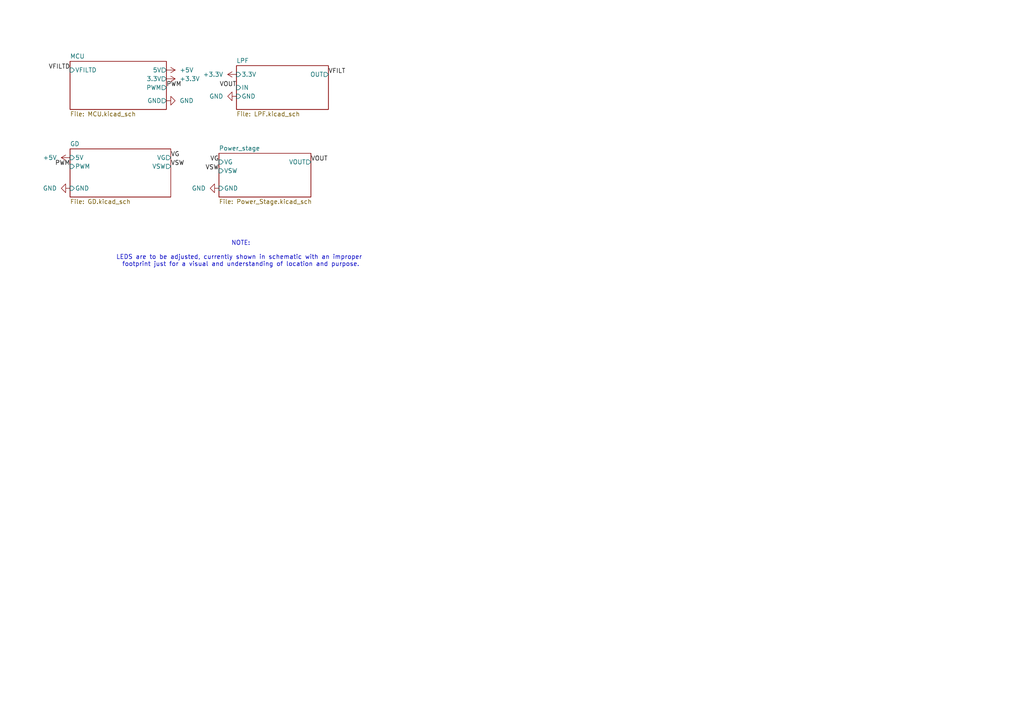
<source format=kicad_sch>
(kicad_sch (version 20250114) (generator "eeschema") (generator_version "9.0")
  (paper "A4")
  (title_block (title "Lecture_Tutorial") (date "2025-02-20") (rev "R0") (company "AbdullahZafar"))
  (lib_symbols
    (symbol "power:+3.3V" (power) (pin_numbers (hide yes)) (pin_names (offset 0) (hide yes))
      (property "Value" "+3.3V" (at 0 3.556 0))
      (symbol "+3.3V_0_1"
        (polyline (pts (xy -0.762 1.27) (xy 0 2.54)))
        (polyline (pts (xy 0 2.54) (xy 0.762 1.27)))
        (polyline (pts (xy 0 0) (xy 0 2.54)))
      )
      (symbol "+3.3V_1_1"
        (pin power_in line (at 0 0 90) (length 0) (name "~") (number "1"))
      )
    )
    (symbol "power:+5V" (power) (pin_numbers (hide yes)) (pin_names (offset 0) (hide yes))
      (property "Value" "+5V" (at 0 3.556 0))
      (symbol "+5V_0_1"
        (polyline (pts (xy -0.762 1.27) (xy 0 2.54)))
        (polyline (pts (xy 0 2.54) (xy 0.762 1.27)))
        (polyline (pts (xy 0 0) (xy 0 2.54)))
      )
      (symbol "+5V_1_1"
        (pin power_in line (at 0 0 90) (length 0) (name "~") (number "1"))
      )
    )
    (symbol "power:GND" (power) (pin_numbers (hide yes)) (pin_names (offset 0) (hide yes))
      (property "Value" "GND" (at 0 -3.81 0))
      (symbol "GND_0_1"
        (polyline (pts (xy 0 0) (xy 0 -1.27) (xy 1.27 -1.27) (xy 0 -2.54) (xy -1.27 -1.27) (xy 0 -1.27)))
      )
      (symbol "GND_1_1"
        (pin power_in line (at 0 0 270) (length 0) (name "~") (number "1"))
      )
    )
  )
  (text "NOTE:\n\nLEDS are to be adjusted, currently shown in schematic with an improper \nfootprint just for a visual and understanding of location and purpose.\n" (at 69.85 73.66 0) (effects (font (size 1.27 1.27))))
  (label "VOUT" (at 68.58 25.4 180))
  (label "VFILT" (at 95.25 21.59 0))
  (label "PWM" (at 20.32 48.26 180))
  (label "VFILTD" (at 20.32 20.32 180))
  (label "VG" (at 49.53 45.72 0))
  (label "PWM" (at 48.26 25.4 0))
  (label "VSW" (at 63.5 49.53 180))
  (label "VG" (at 63.5 46.99 180))
  (label "VSW" (at 49.53 48.26 0))
  (label "VOUT" (at 90.17 46.99 0))
  (symbol (lib_id "power:+5V") (at 20.32 45.72 90) (unit 1)
    (property "Reference" "#PWR08" (effects (hide yes)))
    (property "Value" "+5V" (at 16.51 45.7199 90) (effects (justify left)))
    (property "Description" "Power symbol creates a global label with name \"+5V\"" (effects (hide yes)))
  )
  (symbol (lib_id "power:+3.3V") (at 48.26 22.86 270) (unit 1)
    (property "Reference" "#PWR06" (effects (hide yes)))
    (property "Value" "+3.3V" (at 52.07 22.8599 90) (effects (justify left)))
    (property "Description" "Power symbol creates a global label with name \"+3.3V\"" (effects (hide yes)))
  )
  (symbol (lib_id "power:GND") (at 63.5 54.61 270) (unit 1)
    (property "Reference" "#PWR02" (effects (hide yes)))
    (property "Value" "GND" (at 59.69 54.6099 90) (effects (justify right)))
    (property "Description" "Power symbol creates a global label with name \"GND\" , ground" (effects (hide yes)))
  )
  (symbol (lib_id "power:+3.3V") (at 68.58 21.59 90) (unit 1)
    (property "Reference" "#PWR07" (effects (hide yes)))
    (property "Value" "+3.3V" (at 64.77 21.5899 90) (effects (justify left)))
    (property "Description" "Power symbol creates a global label with name \"+3.3V\"" (effects (hide yes)))
  )
  (symbol (lib_id "power:+5V") (at 48.26 20.32 270) (unit 1)
    (property "Reference" "#PWR05" (effects (hide yes)))
    (property "Value" "+5V" (at 52.07 20.3199 90) (effects (justify left)))
    (property "Description" "Power symbol creates a global label with name \"+5V\"" (effects (hide yes)))
  )
  (symbol (lib_id "power:GND") (at 48.26 29.21 90) (unit 1)
    (property "Reference" "#PWR01" (effects (hide yes)))
    (property "Value" "GND" (at 52.07 29.2099 90) (effects (justify right)))
    (property "Description" "Power symbol creates a global label with name \"GND\" , ground" (effects (hide yes)))
  )
  (symbol (lib_id "power:GND") (at 20.32 54.61 270) (unit 1)
    (property "Reference" "#PWR03" (effects (hide yes)))
    (property "Value" "GND" (at 16.51 54.6099 90) (effects (justify right)))
    (property "Description" "Power symbol creates a global label with name \"GND\" , ground" (effects (hide yes)))
  )
  (symbol (lib_id "power:GND") (at 68.58 27.94 270) (unit 1)
    (property "Reference" "#PWR04" (effects (hide yes)))
    (property "Value" "GND" (at 64.77 27.9399 90) (effects (justify right)))
    (property "Description" "Power symbol creates a global label with name \"GND\" , ground" (effects (hide yes)))
  )
  (sheet (at 20.32 17.78) (size 27.94 13.97) (stroke (width 0.1524))
    (property "Sheetname" "MCU" (at 20.32 17.0684 0) (effects (justify left bottom)))
    (property "Sheetfile" "MCU.kicad_sch" (at 20.32 32.3346 0) (effects (justify left top)))
    (pin "5V" output (at 48.26 20.32 0))
    (pin "3.3V" output (at 48.26 22.86 0))
    (pin "GND" output (at 48.26 29.21 0))
    (pin "PWM" output (at 48.26 25.4 0))
    (pin "VFILTD" input (at 20.32 20.32 180))
  )
  (sheet (at 63.5 44.45) (size 26.67 12.7) (stroke (width 0.1524))
    (property "Sheetname" "Power_stage" (at 63.5 43.7384 0) (effects (justify left bottom)))
    (property "Sheetfile" "Power_Stage.kicad_sch" (at 63.5 57.7346 0) (effects (justify left top)))
    (pin "VOUT" output (at 90.17 46.99 0))
    (pin "VSW" input (at 63.5 49.53 180))
    (pin "VG" input (at 63.5 46.99 180))
    (pin "GND" input (at 63.5 54.61 180))
  )
  (sheet (at 68.58 19.05) (size 26.67 12.7) (stroke (width 0.1524))
    (property "Sheetname" "LPF" (at 68.58 18.3384 0) (effects (justify left bottom)))
    (property "Sheetfile" "LPF.kicad_sch" (at 68.58 32.3346 0) (effects (justify left top)))
    (pin "3.3V" input (at 68.58 21.59 180))
    (pin "OUT" output (at 95.25 21.59 0))
    (pin "IN" input (at 68.58 25.4 180))
    (pin "GND" input (at 68.58 27.94 180))
  )
  (sheet (at 20.32 43.18) (size 29.21 13.97) (stroke (width 0.1524))
    (property "Sheetname" "GD" (at 20.32 42.4684 0) (effects (justify left bottom)))
    (property "Sheetfile" "GD.kicad_sch" (at 20.32 57.7346 0) (effects (justify left top)))
    (pin "PWM" input (at 20.32 48.26 180))
    (pin "5V" input (at 20.32 45.72 180))
    (pin "GND" input (at 20.32 54.61 180))
    (pin "VSW" output (at 49.53 48.26 0))
    (pin "VG" output (at 49.53 45.72 0))
  )
)
</source>
